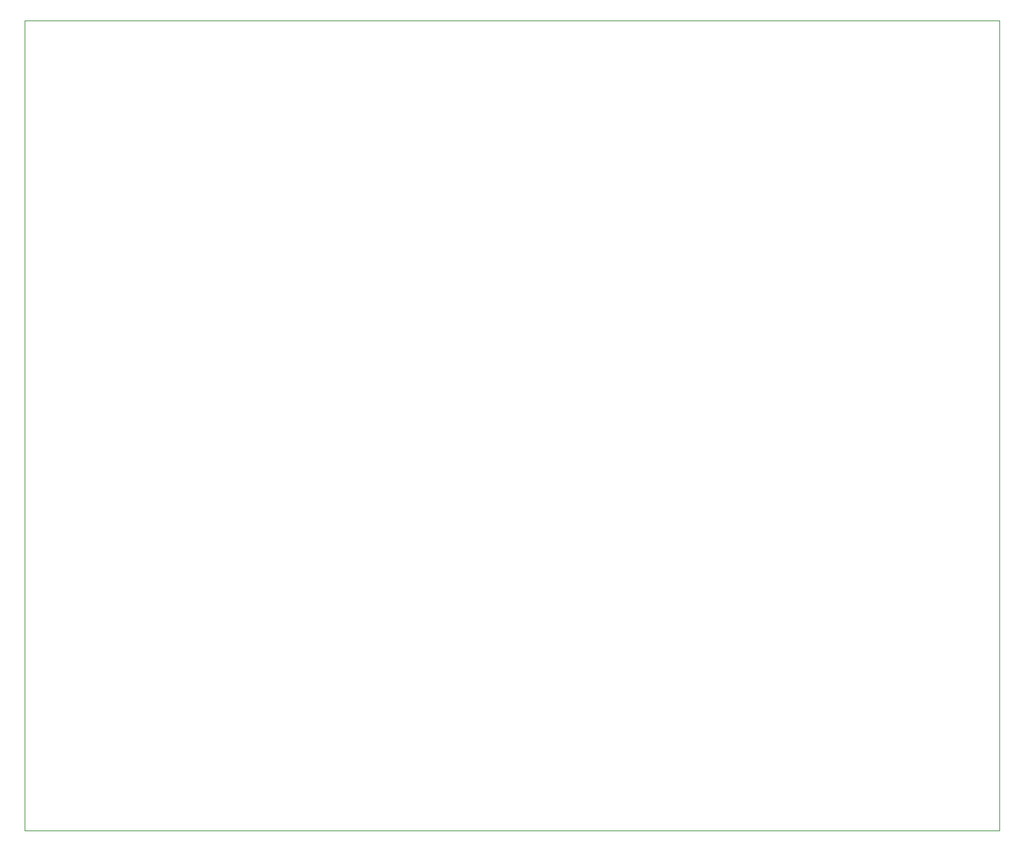
<source format=gbr>
G04 #@! TF.GenerationSoftware,KiCad,Pcbnew,(5.1.5)-3*
G04 #@! TF.CreationDate,2020-02-12T22:03:26+02:00*
G04 #@! TF.ProjectId,PCB,5043422e-6b69-4636-9164-5f7063625858,rev?*
G04 #@! TF.SameCoordinates,Original*
G04 #@! TF.FileFunction,Profile,NP*
%FSLAX46Y46*%
G04 Gerber Fmt 4.6, Leading zero omitted, Abs format (unit mm)*
G04 Created by KiCad (PCBNEW (5.1.5)-3) date 2020-02-12 22:03:26*
%MOMM*%
%LPD*%
G04 APERTURE LIST*
%ADD10C,0.050000*%
G04 APERTURE END LIST*
D10*
X110490000Y-123190000D02*
X110490000Y-22860000D01*
X231140000Y-123190000D02*
X110490000Y-123190000D01*
X231140000Y-22860000D02*
X231140000Y-123190000D01*
X110490000Y-22860000D02*
X231140000Y-22860000D01*
M02*

</source>
